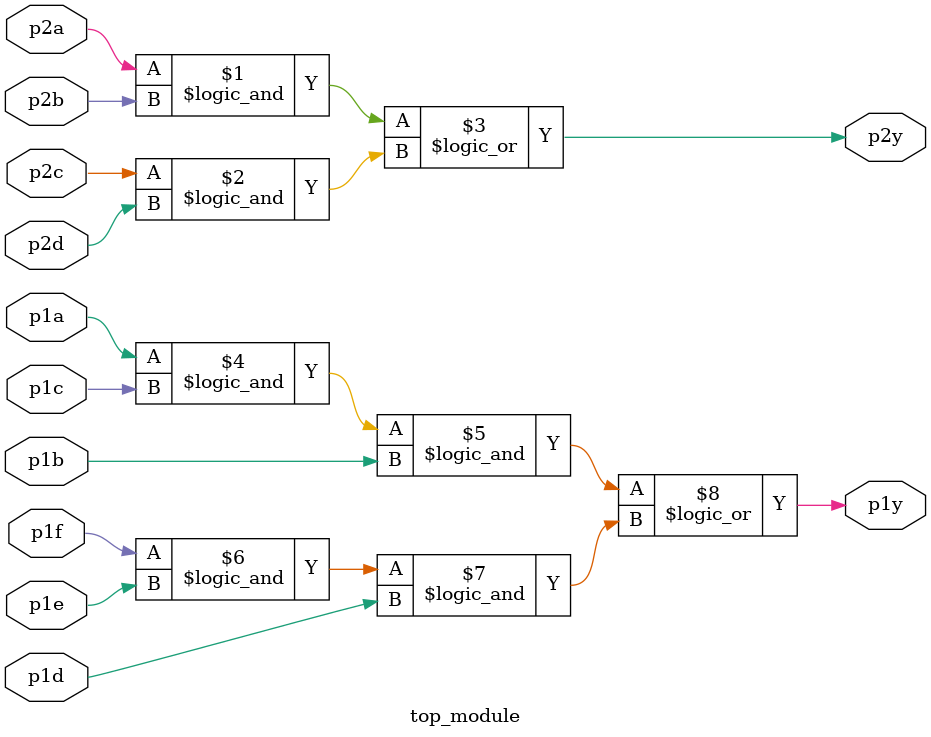
<source format=v>
module top_module ( 
    input p1a, p1b, p1c, p1d, p1e, p1f,
    output p1y,
    input p2a, p2b, p2c, p2d,
    output p2y );
    assign p2y = (p2a && p2b) || (p2c && p2d);
    assign p1y = (p1a && p1c && p1b) || (p1f && p1e && p1d);
endmodule

</source>
